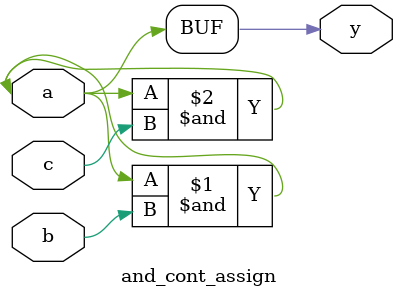
<source format=v>
module and_cont_assign
  (
  input wire a, b, c,
  output wire y
  );

  assign y = a;
  assign y = y & b;
  assign y = y & c;

endmodule

</source>
